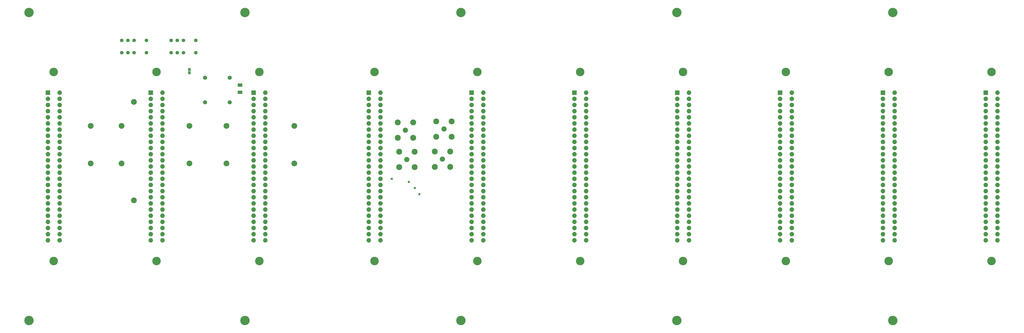
<source format=gbr>
G04 EAGLE Gerber RS-274X export*
G75*
%MOMM*%
%FSLAX34Y34*%
%LPD*%
%INSoldermask Bottom*%
%IPPOS*%
%AMOC8*
5,1,8,0,0,1.08239X$1,22.5*%
G01*
%ADD10C,3.860800*%
%ADD11R,1.853200X1.853200*%
%ADD12C,1.853200*%
%ADD13C,3.503200*%
%ADD14R,1.133200X1.213200*%
%ADD15C,2.374900*%
%ADD16C,1.711200*%
%ADD17R,1.973200X1.433200*%
%ADD18C,1.473200*%
%ADD19C,2.146300*%
%ADD20C,2.451100*%
%ADD21C,0.959600*%


D10*
X127000Y1334008D03*
X1905000Y1334008D03*
X1016000Y1334008D03*
X2794000Y1334008D03*
X1016000Y62992D03*
X3683000Y1334008D03*
X127000Y62992D03*
X1905000Y62992D03*
X2794000Y62992D03*
X3683000Y62992D03*
D11*
X204350Y1003300D03*
D12*
X252850Y1003300D03*
X204350Y977900D03*
X252850Y977900D03*
X204350Y952500D03*
X252850Y952500D03*
X204350Y927100D03*
X252850Y927100D03*
X204350Y901700D03*
X252850Y901700D03*
X204350Y876300D03*
X252850Y876300D03*
X204350Y850900D03*
X252850Y850900D03*
X204350Y825500D03*
X252850Y825500D03*
X204350Y800100D03*
X252850Y800100D03*
X204350Y774700D03*
X252850Y774700D03*
X204350Y749300D03*
X252850Y749300D03*
X204350Y723900D03*
X252850Y723900D03*
X204350Y698500D03*
X252850Y698500D03*
X204350Y673100D03*
X252850Y673100D03*
X204350Y647700D03*
X252850Y647700D03*
X204350Y622300D03*
X252850Y622300D03*
X204350Y596900D03*
X252850Y596900D03*
X204350Y571500D03*
X252850Y571500D03*
X204350Y546100D03*
X252850Y546100D03*
X204350Y520700D03*
X252850Y520700D03*
X204350Y495300D03*
X252850Y495300D03*
X204350Y469900D03*
X252850Y469900D03*
X204350Y444500D03*
X252850Y444500D03*
X204350Y419100D03*
X252850Y419100D03*
X204350Y393700D03*
X252850Y393700D03*
D13*
X228600Y1089000D03*
X228600Y308000D03*
D11*
X627692Y1003300D03*
D12*
X676192Y1003300D03*
X627692Y977900D03*
X676192Y977900D03*
X627692Y952500D03*
X676192Y952500D03*
X627692Y927100D03*
X676192Y927100D03*
X627692Y901700D03*
X676192Y901700D03*
X627692Y876300D03*
X676192Y876300D03*
X627692Y850900D03*
X676192Y850900D03*
X627692Y825500D03*
X676192Y825500D03*
X627692Y800100D03*
X676192Y800100D03*
X627692Y774700D03*
X676192Y774700D03*
X627692Y749300D03*
X676192Y749300D03*
X627692Y723900D03*
X676192Y723900D03*
X627692Y698500D03*
X676192Y698500D03*
X627692Y673100D03*
X676192Y673100D03*
X627692Y647700D03*
X676192Y647700D03*
X627692Y622300D03*
X676192Y622300D03*
X627692Y596900D03*
X676192Y596900D03*
X627692Y571500D03*
X676192Y571500D03*
X627692Y546100D03*
X676192Y546100D03*
X627692Y520700D03*
X676192Y520700D03*
X627692Y495300D03*
X676192Y495300D03*
X627692Y469900D03*
X676192Y469900D03*
X627692Y444500D03*
X676192Y444500D03*
X627692Y419100D03*
X676192Y419100D03*
X627692Y393700D03*
X676192Y393700D03*
D13*
X651942Y1089000D03*
X651942Y308000D03*
D11*
X1051034Y1003300D03*
D12*
X1099534Y1003300D03*
X1051034Y977900D03*
X1099534Y977900D03*
X1051034Y952500D03*
X1099534Y952500D03*
X1051034Y927100D03*
X1099534Y927100D03*
X1051034Y901700D03*
X1099534Y901700D03*
X1051034Y876300D03*
X1099534Y876300D03*
X1051034Y850900D03*
X1099534Y850900D03*
X1051034Y825500D03*
X1099534Y825500D03*
X1051034Y800100D03*
X1099534Y800100D03*
X1051034Y774700D03*
X1099534Y774700D03*
X1051034Y749300D03*
X1099534Y749300D03*
X1051034Y723900D03*
X1099534Y723900D03*
X1051034Y698500D03*
X1099534Y698500D03*
X1051034Y673100D03*
X1099534Y673100D03*
X1051034Y647700D03*
X1099534Y647700D03*
X1051034Y622300D03*
X1099534Y622300D03*
X1051034Y596900D03*
X1099534Y596900D03*
X1051034Y571500D03*
X1099534Y571500D03*
X1051034Y546100D03*
X1099534Y546100D03*
X1051034Y520700D03*
X1099534Y520700D03*
X1051034Y495300D03*
X1099534Y495300D03*
X1051034Y469900D03*
X1099534Y469900D03*
X1051034Y444500D03*
X1099534Y444500D03*
X1051034Y419100D03*
X1099534Y419100D03*
X1051034Y393700D03*
X1099534Y393700D03*
D13*
X1075284Y1089000D03*
X1075284Y308000D03*
D11*
X1525175Y1003300D03*
D12*
X1573675Y1003300D03*
X1525175Y977900D03*
X1573675Y977900D03*
X1525175Y952500D03*
X1573675Y952500D03*
X1525175Y927100D03*
X1573675Y927100D03*
X1525175Y901700D03*
X1573675Y901700D03*
X1525175Y876300D03*
X1573675Y876300D03*
X1525175Y850900D03*
X1573675Y850900D03*
X1525175Y825500D03*
X1573675Y825500D03*
X1525175Y800100D03*
X1573675Y800100D03*
X1525175Y774700D03*
X1573675Y774700D03*
X1525175Y749300D03*
X1573675Y749300D03*
X1525175Y723900D03*
X1573675Y723900D03*
X1525175Y698500D03*
X1573675Y698500D03*
X1525175Y673100D03*
X1573675Y673100D03*
X1525175Y647700D03*
X1573675Y647700D03*
X1525175Y622300D03*
X1573675Y622300D03*
X1525175Y596900D03*
X1573675Y596900D03*
X1525175Y571500D03*
X1573675Y571500D03*
X1525175Y546100D03*
X1573675Y546100D03*
X1525175Y520700D03*
X1573675Y520700D03*
X1525175Y495300D03*
X1573675Y495300D03*
X1525175Y469900D03*
X1573675Y469900D03*
X1525175Y444500D03*
X1573675Y444500D03*
X1525175Y419100D03*
X1573675Y419100D03*
X1525175Y393700D03*
X1573675Y393700D03*
D13*
X1549425Y1089000D03*
X1549425Y308000D03*
D11*
X1948517Y1003300D03*
D12*
X1997017Y1003300D03*
X1948517Y977900D03*
X1997017Y977900D03*
X1948517Y952500D03*
X1997017Y952500D03*
X1948517Y927100D03*
X1997017Y927100D03*
X1948517Y901700D03*
X1997017Y901700D03*
X1948517Y876300D03*
X1997017Y876300D03*
X1948517Y850900D03*
X1997017Y850900D03*
X1948517Y825500D03*
X1997017Y825500D03*
X1948517Y800100D03*
X1997017Y800100D03*
X1948517Y774700D03*
X1997017Y774700D03*
X1948517Y749300D03*
X1997017Y749300D03*
X1948517Y723900D03*
X1997017Y723900D03*
X1948517Y698500D03*
X1997017Y698500D03*
X1948517Y673100D03*
X1997017Y673100D03*
X1948517Y647700D03*
X1997017Y647700D03*
X1948517Y622300D03*
X1997017Y622300D03*
X1948517Y596900D03*
X1997017Y596900D03*
X1948517Y571500D03*
X1997017Y571500D03*
X1948517Y546100D03*
X1997017Y546100D03*
X1948517Y520700D03*
X1997017Y520700D03*
X1948517Y495300D03*
X1997017Y495300D03*
X1948517Y469900D03*
X1997017Y469900D03*
X1948517Y444500D03*
X1997017Y444500D03*
X1948517Y419100D03*
X1997017Y419100D03*
X1948517Y393700D03*
X1997017Y393700D03*
D13*
X1972767Y1089000D03*
X1972767Y308000D03*
D11*
X2371859Y1003300D03*
D12*
X2420359Y1003300D03*
X2371859Y977900D03*
X2420359Y977900D03*
X2371859Y952500D03*
X2420359Y952500D03*
X2371859Y927100D03*
X2420359Y927100D03*
X2371859Y901700D03*
X2420359Y901700D03*
X2371859Y876300D03*
X2420359Y876300D03*
X2371859Y850900D03*
X2420359Y850900D03*
X2371859Y825500D03*
X2420359Y825500D03*
X2371859Y800100D03*
X2420359Y800100D03*
X2371859Y774700D03*
X2420359Y774700D03*
X2371859Y749300D03*
X2420359Y749300D03*
X2371859Y723900D03*
X2420359Y723900D03*
X2371859Y698500D03*
X2420359Y698500D03*
X2371859Y673100D03*
X2420359Y673100D03*
X2371859Y647700D03*
X2420359Y647700D03*
X2371859Y622300D03*
X2420359Y622300D03*
X2371859Y596900D03*
X2420359Y596900D03*
X2371859Y571500D03*
X2420359Y571500D03*
X2371859Y546100D03*
X2420359Y546100D03*
X2371859Y520700D03*
X2420359Y520700D03*
X2371859Y495300D03*
X2420359Y495300D03*
X2371859Y469900D03*
X2420359Y469900D03*
X2371859Y444500D03*
X2420359Y444500D03*
X2371859Y419100D03*
X2420359Y419100D03*
X2371859Y393700D03*
X2420359Y393700D03*
D13*
X2396109Y1089000D03*
X2396109Y308000D03*
D11*
X2795201Y1003300D03*
D12*
X2843701Y1003300D03*
X2795201Y977900D03*
X2843701Y977900D03*
X2795201Y952500D03*
X2843701Y952500D03*
X2795201Y927100D03*
X2843701Y927100D03*
X2795201Y901700D03*
X2843701Y901700D03*
X2795201Y876300D03*
X2843701Y876300D03*
X2795201Y850900D03*
X2843701Y850900D03*
X2795201Y825500D03*
X2843701Y825500D03*
X2795201Y800100D03*
X2843701Y800100D03*
X2795201Y774700D03*
X2843701Y774700D03*
X2795201Y749300D03*
X2843701Y749300D03*
X2795201Y723900D03*
X2843701Y723900D03*
X2795201Y698500D03*
X2843701Y698500D03*
X2795201Y673100D03*
X2843701Y673100D03*
X2795201Y647700D03*
X2843701Y647700D03*
X2795201Y622300D03*
X2843701Y622300D03*
X2795201Y596900D03*
X2843701Y596900D03*
X2795201Y571500D03*
X2843701Y571500D03*
X2795201Y546100D03*
X2843701Y546100D03*
X2795201Y520700D03*
X2843701Y520700D03*
X2795201Y495300D03*
X2843701Y495300D03*
X2795201Y469900D03*
X2843701Y469900D03*
X2795201Y444500D03*
X2843701Y444500D03*
X2795201Y419100D03*
X2843701Y419100D03*
X2795201Y393700D03*
X2843701Y393700D03*
D13*
X2819451Y1089000D03*
X2819451Y308000D03*
D11*
X3218543Y1003300D03*
D12*
X3267043Y1003300D03*
X3218543Y977900D03*
X3267043Y977900D03*
X3218543Y952500D03*
X3267043Y952500D03*
X3218543Y927100D03*
X3267043Y927100D03*
X3218543Y901700D03*
X3267043Y901700D03*
X3218543Y876300D03*
X3267043Y876300D03*
X3218543Y850900D03*
X3267043Y850900D03*
X3218543Y825500D03*
X3267043Y825500D03*
X3218543Y800100D03*
X3267043Y800100D03*
X3218543Y774700D03*
X3267043Y774700D03*
X3218543Y749300D03*
X3267043Y749300D03*
X3218543Y723900D03*
X3267043Y723900D03*
X3218543Y698500D03*
X3267043Y698500D03*
X3218543Y673100D03*
X3267043Y673100D03*
X3218543Y647700D03*
X3267043Y647700D03*
X3218543Y622300D03*
X3267043Y622300D03*
X3218543Y596900D03*
X3267043Y596900D03*
X3218543Y571500D03*
X3267043Y571500D03*
X3218543Y546100D03*
X3267043Y546100D03*
X3218543Y520700D03*
X3267043Y520700D03*
X3218543Y495300D03*
X3267043Y495300D03*
X3218543Y469900D03*
X3267043Y469900D03*
X3218543Y444500D03*
X3267043Y444500D03*
X3218543Y419100D03*
X3267043Y419100D03*
X3218543Y393700D03*
X3267043Y393700D03*
D13*
X3242793Y1089000D03*
X3242793Y308000D03*
D14*
X787400Y1085110D03*
X787400Y1099290D03*
D15*
X1219200Y711200D03*
X1219200Y866140D03*
X508000Y711200D03*
X508000Y866140D03*
X939800Y711200D03*
X939800Y866140D03*
D16*
X851129Y1065225D03*
X851129Y963625D03*
X952729Y1065225D03*
X952729Y963625D03*
D17*
X995477Y1034521D03*
X995477Y1005201D03*
D11*
X3641892Y1003300D03*
D12*
X3690392Y1003300D03*
X3641892Y977900D03*
X3690392Y977900D03*
X3641892Y952500D03*
X3690392Y952500D03*
X3641892Y927100D03*
X3690392Y927100D03*
X3641892Y901700D03*
X3690392Y901700D03*
X3641892Y876300D03*
X3690392Y876300D03*
X3641892Y850900D03*
X3690392Y850900D03*
X3641892Y825500D03*
X3690392Y825500D03*
X3641892Y800100D03*
X3690392Y800100D03*
X3641892Y774700D03*
X3690392Y774700D03*
X3641892Y749300D03*
X3690392Y749300D03*
X3641892Y723900D03*
X3690392Y723900D03*
X3641892Y698500D03*
X3690392Y698500D03*
X3641892Y673100D03*
X3690392Y673100D03*
X3641892Y647700D03*
X3690392Y647700D03*
X3641892Y622300D03*
X3690392Y622300D03*
X3641892Y596900D03*
X3690392Y596900D03*
X3641892Y571500D03*
X3690392Y571500D03*
X3641892Y546100D03*
X3690392Y546100D03*
X3641892Y520700D03*
X3690392Y520700D03*
X3641892Y495300D03*
X3690392Y495300D03*
X3641892Y469900D03*
X3690392Y469900D03*
X3641892Y444500D03*
X3690392Y444500D03*
X3641892Y419100D03*
X3690392Y419100D03*
X3641892Y393700D03*
X3690392Y393700D03*
D13*
X3666142Y1089000D03*
X3666142Y308000D03*
D11*
X4065226Y1003300D03*
D12*
X4113726Y1003300D03*
X4065226Y977900D03*
X4113726Y977900D03*
X4065226Y952500D03*
X4113726Y952500D03*
X4065226Y927100D03*
X4113726Y927100D03*
X4065226Y901700D03*
X4113726Y901700D03*
X4065226Y876300D03*
X4113726Y876300D03*
X4065226Y850900D03*
X4113726Y850900D03*
X4065226Y825500D03*
X4113726Y825500D03*
X4065226Y800100D03*
X4113726Y800100D03*
X4065226Y774700D03*
X4113726Y774700D03*
X4065226Y749300D03*
X4113726Y749300D03*
X4065226Y723900D03*
X4113726Y723900D03*
X4065226Y698500D03*
X4113726Y698500D03*
X4065226Y673100D03*
X4113726Y673100D03*
X4065226Y647700D03*
X4113726Y647700D03*
X4065226Y622300D03*
X4113726Y622300D03*
X4065226Y596900D03*
X4113726Y596900D03*
X4065226Y571500D03*
X4113726Y571500D03*
X4065226Y546100D03*
X4113726Y546100D03*
X4065226Y520700D03*
X4113726Y520700D03*
X4065226Y495300D03*
X4113726Y495300D03*
X4065226Y469900D03*
X4113726Y469900D03*
X4065226Y444500D03*
X4113726Y444500D03*
X4065226Y419100D03*
X4113726Y419100D03*
X4065226Y393700D03*
X4113726Y393700D03*
D13*
X4089476Y1089000D03*
X4089476Y308000D03*
D18*
X813054Y1168400D03*
X762254Y1168400D03*
X736854Y1168400D03*
X711454Y1168400D03*
X711454Y1219200D03*
X736854Y1219200D03*
X762254Y1219200D03*
X813054Y1219200D03*
X609854Y1168400D03*
X559054Y1168400D03*
X533654Y1168400D03*
X508254Y1168400D03*
X508254Y1219200D03*
X533654Y1219200D03*
X559054Y1219200D03*
X609854Y1219200D03*
D19*
X1676451Y848411D03*
D20*
X1644701Y880161D03*
X1708201Y880161D03*
X1644701Y816661D03*
X1708201Y816661D03*
D19*
X1682242Y727253D03*
D20*
X1650492Y759003D03*
X1713992Y759003D03*
X1650492Y695503D03*
X1713992Y695503D03*
D19*
X1835099Y853034D03*
D20*
X1803349Y884784D03*
X1866849Y884784D03*
X1803349Y821284D03*
X1866849Y821284D03*
D19*
X1828698Y728523D03*
D20*
X1796948Y760273D03*
X1860448Y760273D03*
X1796948Y696773D03*
X1860448Y696773D03*
D15*
X787400Y711200D03*
X787400Y866140D03*
X381000Y711200D03*
X381000Y866140D03*
X558800Y965200D03*
X558800Y558800D03*
D21*
X1690167Y635051D03*
X1715326Y609854D03*
X1619961Y647446D03*
X1733804Y583814D03*
M02*

</source>
